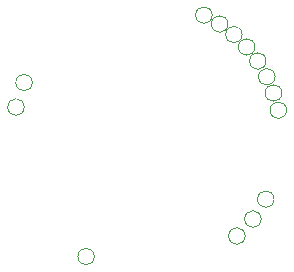
<source format=gbo>
G04 #@! TF.GenerationSoftware,KiCad,Pcbnew,5.0.2-bee76a0~70~ubuntu18.04.1*
G04 #@! TF.CreationDate,2019-05-27T21:37:22+02:00*
G04 #@! TF.ProjectId,mainboard,6d61696e-626f-4617-9264-2e6b69636164,rev?*
G04 #@! TF.SameCoordinates,Original*
G04 #@! TF.FileFunction,Legend,Bot*
G04 #@! TF.FilePolarity,Positive*
%FSLAX46Y46*%
G04 Gerber Fmt 4.6, Leading zero omitted, Abs format (unit mm)*
G04 Created by KiCad (PCBNEW 5.0.2-bee76a0~70~ubuntu18.04.1) date Mo 27 Mai 2019 21:37:22 CEST*
%MOMM*%
%LPD*%
G01*
G04 APERTURE LIST*
%ADD10C,0.120000*%
G04 APERTURE END LIST*
D10*
G04 #@! TO.C,J13*
X99627920Y-77505560D02*
G75*
G03X99627920Y-77505560I-700000J0D01*
G01*
G04 #@! TO.C,J15*
X105563900Y-90159840D02*
G75*
G03X105563900Y-90159840I-700000J0D01*
G01*
G04 #@! TO.C,J16*
X118327400Y-88419940D02*
G75*
G03X118327400Y-88419940I-700000J0D01*
G01*
G04 #@! TO.C,J14*
X100311180Y-75430380D02*
G75*
G03X100311180Y-75430380I-700000J0D01*
G01*
G04 #@! TO.C,J6*
X119688840Y-86984840D02*
G75*
G03X119688840Y-86984840I-700000J0D01*
G01*
G04 #@! TO.C,J3*
X120862320Y-74937620D02*
G75*
G03X120862320Y-74937620I-700000J0D01*
G01*
G04 #@! TO.C,J4*
X120100320Y-73606660D02*
G75*
G03X120100320Y-73606660I-700000J0D01*
G01*
G04 #@! TO.C,J5*
X119160520Y-72420480D02*
G75*
G03X119160520Y-72420480I-700000J0D01*
G01*
G04 #@! TO.C,J7*
X118078480Y-71368920D02*
G75*
G03X118078480Y-71368920I-700000J0D01*
G01*
G04 #@! TO.C,J8*
X120778500Y-85303360D02*
G75*
G03X120778500Y-85303360I-700000J0D01*
G01*
G04 #@! TO.C,J9*
X116871980Y-70479920D02*
G75*
G03X116871980Y-70479920I-700000J0D01*
G01*
G04 #@! TO.C,J10*
X115535940Y-69725540D02*
G75*
G03X115535940Y-69725540I-700000J0D01*
G01*
G04 #@! TO.C,J1*
X121835140Y-77769720D02*
G75*
G03X121835140Y-77769720I-700000J0D01*
G01*
G04 #@! TO.C,J2*
X121431280Y-76314300D02*
G75*
G03X121431280Y-76314300I-700000J0D01*
G01*
G04 #@! TD*
M02*

</source>
